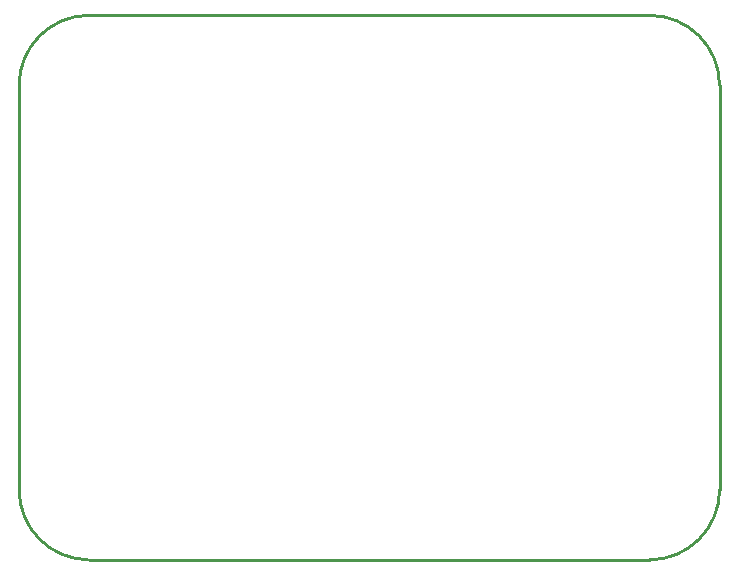
<source format=gko>
G04 Layer: BoardOutline*
G04 EasyEDA v6.4.5, 2020-09-10T22:57:59+08:00*
G04 36a55f9fcc144517bb6f4fc5ac697fe8,26442c311dbe4305b3cc573dcfb82818,10*
G04 Gerber Generator version 0.2*
G04 Scale: 100 percent, Rotated: No, Reflected: No *
G04 Dimensions in millimeters *
G04 leading zeros omitted , absolute positions ,3 integer and 3 decimal *
%FSLAX33Y33*%
%MOMM*%
G90*
G71D02*

%ADD10C,0.254000*%
G54D10*
G01X0Y5931D02*
G01X0Y40169D01*
G01X53377Y0D02*
G01X5931Y0D01*
G01X59309Y40169D02*
G01X59309Y5931D01*
G01X5931Y46101D02*
G01X53377Y46101D01*
G75*
G01X53378Y46101D02*
G02X59309Y40170I0J-5931D01*
G01*
G75*
G01X59309Y5931D02*
G02X53378Y0I-5931J0D01*
G01*
G75*
G01X5931Y0D02*
G02X0Y5931I0J5931D01*
G01*
G75*
G01X0Y40170D02*
G02X5931Y46101I5931J0D01*
G01*

%LPD*%
M00*
M02*

</source>
